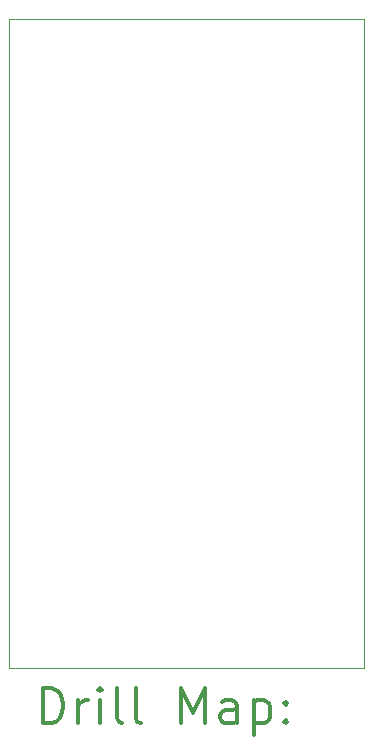
<source format=gbr>
%FSLAX45Y45*%
G04 Gerber Fmt 4.5, Leading zero omitted, Abs format (unit mm)*
G04 Created by KiCad (PCBNEW 5.99.0+really5.1.10+dfsg1-1) date 2022-07-07 23:47:38*
%MOMM*%
%LPD*%
G01*
G04 APERTURE LIST*
%TA.AperFunction,Profile*%
%ADD10C,0.050000*%
%TD*%
%ADD11C,0.200000*%
%ADD12C,0.300000*%
G04 APERTURE END LIST*
D10*
X0Y-5500000D02*
X0Y0D01*
X3000000Y-5500000D02*
X0Y-5500000D01*
X3000000Y0D02*
X3000000Y-5500000D01*
X0Y0D02*
X3000000Y0D01*
D11*
D12*
X283928Y-5968214D02*
X283928Y-5668214D01*
X355357Y-5668214D01*
X398214Y-5682500D01*
X426786Y-5711071D01*
X441071Y-5739643D01*
X455357Y-5796786D01*
X455357Y-5839643D01*
X441071Y-5896786D01*
X426786Y-5925357D01*
X398214Y-5953929D01*
X355357Y-5968214D01*
X283928Y-5968214D01*
X583928Y-5968214D02*
X583928Y-5768214D01*
X583928Y-5825357D02*
X598214Y-5796786D01*
X612500Y-5782500D01*
X641071Y-5768214D01*
X669643Y-5768214D01*
X769643Y-5968214D02*
X769643Y-5768214D01*
X769643Y-5668214D02*
X755357Y-5682500D01*
X769643Y-5696786D01*
X783928Y-5682500D01*
X769643Y-5668214D01*
X769643Y-5696786D01*
X955357Y-5968214D02*
X926786Y-5953929D01*
X912500Y-5925357D01*
X912500Y-5668214D01*
X1112500Y-5968214D02*
X1083928Y-5953929D01*
X1069643Y-5925357D01*
X1069643Y-5668214D01*
X1455357Y-5968214D02*
X1455357Y-5668214D01*
X1555357Y-5882500D01*
X1655357Y-5668214D01*
X1655357Y-5968214D01*
X1926786Y-5968214D02*
X1926786Y-5811071D01*
X1912500Y-5782500D01*
X1883928Y-5768214D01*
X1826786Y-5768214D01*
X1798214Y-5782500D01*
X1926786Y-5953929D02*
X1898214Y-5968214D01*
X1826786Y-5968214D01*
X1798214Y-5953929D01*
X1783928Y-5925357D01*
X1783928Y-5896786D01*
X1798214Y-5868214D01*
X1826786Y-5853929D01*
X1898214Y-5853929D01*
X1926786Y-5839643D01*
X2069643Y-5768214D02*
X2069643Y-6068214D01*
X2069643Y-5782500D02*
X2098214Y-5768214D01*
X2155357Y-5768214D01*
X2183928Y-5782500D01*
X2198214Y-5796786D01*
X2212500Y-5825357D01*
X2212500Y-5911071D01*
X2198214Y-5939643D01*
X2183928Y-5953929D01*
X2155357Y-5968214D01*
X2098214Y-5968214D01*
X2069643Y-5953929D01*
X2341071Y-5939643D02*
X2355357Y-5953929D01*
X2341071Y-5968214D01*
X2326786Y-5953929D01*
X2341071Y-5939643D01*
X2341071Y-5968214D01*
X2341071Y-5782500D02*
X2355357Y-5796786D01*
X2341071Y-5811071D01*
X2326786Y-5796786D01*
X2341071Y-5782500D01*
X2341071Y-5811071D01*
M02*

</source>
